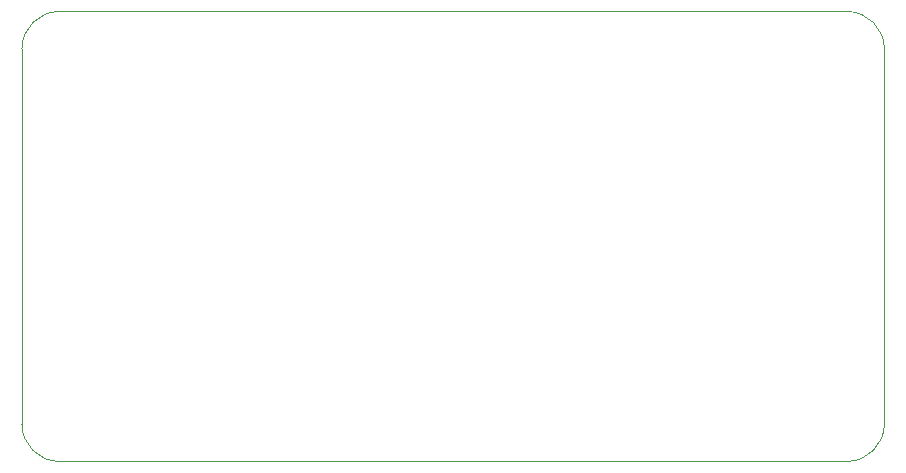
<source format=gbr>
%TF.GenerationSoftware,KiCad,Pcbnew,7.0.6-0*%
%TF.CreationDate,2023-08-15T02:22:12-05:00*%
%TF.ProjectId,kbxLEDController-16ch,6b62784c-4544-4436-9f6e-74726f6c6c65,rev?*%
%TF.SameCoordinates,Original*%
%TF.FileFunction,Profile,NP*%
%FSLAX46Y46*%
G04 Gerber Fmt 4.6, Leading zero omitted, Abs format (unit mm)*
G04 Created by KiCad (PCBNEW 7.0.6-0) date 2023-08-15 02:22:12*
%MOMM*%
%LPD*%
G01*
G04 APERTURE LIST*
%TA.AperFunction,Profile*%
%ADD10C,0.050000*%
%TD*%
G04 APERTURE END LIST*
D10*
X95885000Y-109220000D02*
G75*
G03*
X99060000Y-112395000I3175000J0D01*
G01*
X99060000Y-74295000D02*
G75*
G03*
X95885000Y-77470000I0J-3175000D01*
G01*
X168910000Y-77470000D02*
G75*
G03*
X165735000Y-74295000I-3175000J0D01*
G01*
X168910000Y-77470000D02*
X168910000Y-109220000D01*
X95885000Y-109220000D02*
X95885000Y-77470000D01*
X99060000Y-112395000D02*
X165735000Y-112395000D01*
X165735000Y-112395000D02*
G75*
G03*
X168910000Y-109220000I0J3175000D01*
G01*
X165735000Y-74295000D02*
X99060000Y-74295000D01*
M02*

</source>
